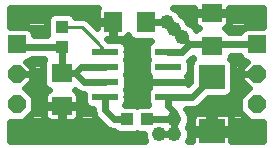
<source format=gbl>
G75*
G70*
%OFA0B0*%
%FSLAX24Y24*%
%IPPOS*%
%LPD*%
%AMOC8*
5,1,8,0,0,1.08239X$1,22.5*
%
%ADD10R,0.0866X0.0236*%
%ADD11R,0.0906X0.0906*%
%ADD12R,0.0709X0.0630*%
%ADD13R,0.0394X0.0433*%
%ADD14R,0.0433X0.0394*%
%ADD15R,0.0860X0.0800*%
%ADD16R,0.0630X0.0709*%
%ADD17R,0.0594X0.0594*%
%ADD18OC8,0.0594*%
%ADD19C,0.0240*%
%ADD20C,0.0400*%
%ADD21C,0.0900*%
%ADD22C,0.0100*%
%ADD23C,0.0480*%
D10*
X003670Y001970D03*
X003670Y002470D03*
X003670Y002970D03*
X003670Y003470D03*
X005770Y003470D03*
X005770Y002970D03*
X005770Y002470D03*
X005770Y001970D03*
D11*
X004720Y002720D03*
D12*
X007220Y003669D03*
X007220Y004771D03*
X002220Y002771D03*
X002220Y001669D03*
D13*
X002220Y003635D03*
X002220Y004305D03*
D14*
X004385Y001220D03*
X005055Y001220D03*
D15*
X007220Y000820D03*
X007220Y002620D03*
D16*
X005021Y004470D03*
X003919Y004470D03*
D17*
X000720Y003720D03*
X008720Y003720D03*
D18*
X008720Y002720D03*
X008720Y001720D03*
X000720Y001720D03*
X000720Y002720D03*
D19*
X000500Y001143D02*
X000500Y000500D01*
X004998Y000500D01*
X004950Y000617D01*
X004950Y000743D01*
X004782Y000743D01*
X004720Y000769D01*
X004658Y000743D01*
X004113Y000743D01*
X004010Y000786D01*
X003976Y000820D01*
X003890Y000820D01*
X003743Y000881D01*
X003443Y001181D01*
X003443Y001181D01*
X003331Y001293D01*
X003270Y001440D01*
X003270Y001572D01*
X003181Y001572D01*
X003078Y001615D01*
X003000Y001693D01*
X002957Y001796D01*
X002957Y002070D01*
X002890Y002070D01*
X002743Y002131D01*
X002678Y002196D01*
X002660Y002189D01*
X002709Y002160D01*
X002750Y002119D01*
X002779Y002069D01*
X002794Y002013D01*
X002794Y001706D01*
X002257Y001706D01*
X002257Y001631D01*
X002257Y001134D01*
X002603Y001134D01*
X002659Y001149D01*
X002709Y001178D01*
X002750Y001219D01*
X002779Y001269D01*
X002794Y001325D01*
X002794Y001631D01*
X002257Y001631D01*
X002183Y001631D01*
X002183Y001134D01*
X001837Y001134D01*
X001781Y001149D01*
X001731Y001178D01*
X001690Y001219D01*
X001661Y001269D01*
X001646Y001325D01*
X001646Y001631D01*
X002183Y001631D01*
X002183Y001706D01*
X001646Y001706D01*
X001646Y002013D01*
X001661Y002069D01*
X001690Y002119D01*
X001731Y002160D01*
X001780Y002189D01*
X001707Y002219D01*
X001628Y002298D01*
X001586Y002401D01*
X001586Y003142D01*
X001624Y003235D01*
X001225Y003235D01*
X001175Y003186D01*
X001073Y003143D01*
X001028Y003143D01*
X001237Y002934D01*
X001237Y002720D01*
X000720Y002720D01*
X000720Y002720D01*
X001237Y002720D01*
X001237Y002506D01*
X000993Y002262D01*
X001297Y001959D01*
X001297Y001481D01*
X000959Y001143D01*
X000500Y001143D01*
X000500Y000936D02*
X003689Y000936D01*
X003450Y001174D02*
X002703Y001174D01*
X002794Y001413D02*
X003282Y001413D01*
X003670Y001520D02*
X003970Y001220D01*
X004385Y001220D01*
X005055Y001220D02*
X005970Y001220D01*
X005970Y001470D01*
X005770Y001670D01*
X005770Y001970D01*
X006570Y001970D01*
X007220Y002620D01*
X007930Y002605D02*
X008203Y002605D01*
X008203Y002506D02*
X008447Y002262D01*
X008143Y001959D01*
X008143Y001481D01*
X008481Y001143D01*
X008940Y001143D01*
X008940Y000500D01*
X007870Y000500D01*
X007870Y000740D01*
X007300Y000740D01*
X007300Y000900D01*
X007140Y000900D01*
X007140Y001440D01*
X006761Y001440D01*
X006705Y001425D01*
X006655Y001396D01*
X006614Y001355D01*
X006585Y001305D01*
X006570Y001249D01*
X006570Y000900D01*
X007140Y000900D01*
X007140Y000740D01*
X006570Y000740D01*
X006570Y000500D01*
X006442Y000500D01*
X006490Y000617D01*
X006490Y000823D01*
X006429Y000970D01*
X006490Y001117D01*
X006490Y001323D01*
X006411Y001515D01*
X006366Y001560D01*
X006362Y001570D01*
X006490Y001570D01*
X006650Y001570D01*
X006797Y001631D01*
X007106Y001940D01*
X007706Y001940D01*
X007809Y001983D01*
X007887Y002061D01*
X007930Y002164D01*
X007930Y003076D01*
X007887Y003179D01*
X007829Y003237D01*
X007854Y003298D01*
X007854Y003320D01*
X008163Y003320D01*
X008186Y003265D01*
X008265Y003186D01*
X008367Y003143D01*
X008412Y003143D01*
X008203Y002934D01*
X008203Y002720D01*
X008203Y002506D01*
X008343Y002367D02*
X007930Y002367D01*
X007915Y002128D02*
X008312Y002128D01*
X008143Y001890D02*
X007055Y001890D01*
X006817Y001651D02*
X008143Y001651D01*
X008212Y001413D02*
X007757Y001413D01*
X007735Y001425D02*
X007785Y001396D01*
X007826Y001355D01*
X007855Y001305D01*
X007870Y001249D01*
X007870Y000900D01*
X007300Y000900D01*
X007300Y001440D01*
X007679Y001440D01*
X007735Y001425D01*
X007870Y001174D02*
X008450Y001174D01*
X008940Y000936D02*
X007870Y000936D01*
X007870Y000697D02*
X008940Y000697D01*
X007300Y000936D02*
X007140Y000936D01*
X007140Y001174D02*
X007300Y001174D01*
X007300Y001413D02*
X007140Y001413D01*
X006683Y001413D02*
X006453Y001413D01*
X006490Y001174D02*
X006570Y001174D01*
X006570Y000936D02*
X006444Y000936D01*
X006490Y000697D02*
X006570Y000697D01*
X005970Y000720D02*
X005470Y000720D01*
X004950Y000697D02*
X000500Y000697D01*
X000990Y001174D02*
X001737Y001174D01*
X001646Y001413D02*
X001228Y001413D01*
X001297Y001651D02*
X002183Y001651D01*
X002257Y001651D02*
X003042Y001651D01*
X002957Y001890D02*
X002794Y001890D01*
X002750Y002128D02*
X002741Y002128D01*
X002970Y002470D02*
X003670Y002470D01*
X002970Y002470D02*
X002669Y002771D01*
X002868Y002970D01*
X003670Y002970D01*
X004383Y003082D02*
X005057Y003082D01*
X005057Y003144D02*
X005057Y002796D01*
X005100Y002693D01*
X005129Y002663D01*
X005117Y002617D01*
X005117Y002470D01*
X005117Y002323D01*
X005129Y002277D01*
X005100Y002247D01*
X005057Y002144D01*
X005057Y001796D01*
X005098Y001697D01*
X004782Y001697D01*
X004720Y001671D01*
X004658Y001697D01*
X004342Y001697D01*
X004383Y001796D01*
X004383Y002144D01*
X004352Y002220D01*
X004383Y002296D01*
X004383Y002644D01*
X004352Y002720D01*
X004383Y002796D01*
X004383Y003144D01*
X004352Y003220D01*
X004383Y003296D01*
X004383Y003644D01*
X004340Y003747D01*
X004262Y003825D01*
X004159Y003868D01*
X003768Y003868D01*
X003745Y003896D01*
X003881Y003896D01*
X003881Y004433D01*
X003384Y004433D01*
X003384Y004273D01*
X003165Y004492D01*
X003072Y004584D01*
X002951Y004635D01*
X002673Y004635D01*
X002654Y004680D01*
X002575Y004759D01*
X002473Y004801D01*
X001967Y004801D01*
X001865Y004759D01*
X001786Y004680D01*
X001743Y004577D01*
X001743Y004035D01*
X001297Y004035D01*
X001297Y004073D01*
X001254Y004175D01*
X001175Y004254D01*
X001073Y004297D01*
X000500Y004297D01*
X000500Y004940D01*
X003417Y004940D01*
X003399Y004909D01*
X003384Y004853D01*
X003384Y004507D01*
X003881Y004507D01*
X003881Y004433D01*
X003956Y004433D01*
X003956Y003896D01*
X004263Y003896D01*
X004319Y003911D01*
X004369Y003940D01*
X004410Y003981D01*
X004439Y004030D01*
X004469Y003957D01*
X004548Y003878D01*
X004651Y003836D01*
X005203Y003836D01*
X005178Y003825D01*
X005100Y003747D01*
X005057Y003644D01*
X005057Y003296D01*
X005088Y003220D01*
X005057Y003144D01*
X005057Y003321D02*
X004383Y003321D01*
X004383Y003559D02*
X005057Y003559D01*
X005150Y003798D02*
X004290Y003798D01*
X003956Y004036D02*
X003881Y004036D01*
X003881Y004275D02*
X003956Y004275D01*
X003384Y004275D02*
X003382Y004275D01*
X003384Y004513D02*
X003144Y004513D01*
X003384Y004752D02*
X002583Y004752D01*
X001857Y004752D02*
X000500Y004752D01*
X000500Y004513D02*
X001743Y004513D01*
X001743Y004275D02*
X001126Y004275D01*
X001297Y004036D02*
X001743Y004036D01*
X002220Y003635D02*
X000720Y003635D01*
X000720Y003720D01*
X001089Y003082D02*
X001586Y003082D01*
X001586Y002844D02*
X001237Y002844D01*
X001237Y002605D02*
X001586Y002605D01*
X001600Y002367D02*
X001097Y002367D01*
X001128Y002128D02*
X001699Y002128D01*
X001646Y001890D02*
X001297Y001890D01*
X002183Y001413D02*
X002257Y001413D01*
X002257Y001174D02*
X002183Y001174D01*
X003670Y001520D02*
X003670Y001970D01*
X004383Y001890D02*
X005057Y001890D01*
X005057Y002128D02*
X004383Y002128D01*
X004383Y002367D02*
X005117Y002367D01*
X005117Y002470D02*
X005770Y002470D01*
X006423Y002470D01*
X006423Y002389D01*
X006510Y002476D01*
X006510Y003076D01*
X006553Y003179D01*
X006611Y003237D01*
X006594Y003278D01*
X006476Y003160D01*
X006483Y003144D01*
X006483Y002796D01*
X006440Y002693D01*
X006411Y002663D01*
X006423Y002617D01*
X006423Y002470D01*
X005770Y002470D01*
X005770Y002470D01*
X005770Y002470D01*
X005117Y002470D01*
X005117Y002605D02*
X004383Y002605D01*
X004383Y002844D02*
X005057Y002844D01*
X005770Y003470D02*
X006220Y003470D01*
X006470Y003720D01*
X006220Y003970D01*
X005970Y004220D01*
X005720Y004470D01*
X005021Y004470D01*
X004970Y004470D01*
X005944Y004940D02*
X006646Y004940D01*
X006646Y004809D01*
X007183Y004809D01*
X007183Y004734D01*
X006646Y004734D01*
X006646Y004427D01*
X006661Y004371D01*
X006690Y004321D01*
X006731Y004280D01*
X006780Y004251D01*
X006707Y004221D01*
X006687Y004201D01*
X006661Y004265D01*
X006515Y004411D01*
X006441Y004441D01*
X006411Y004515D01*
X006265Y004661D01*
X006191Y004691D01*
X006161Y004765D01*
X006015Y004911D01*
X005944Y004940D01*
X006166Y004752D02*
X007183Y004752D01*
X007257Y004752D02*
X008940Y004752D01*
X008940Y004940D02*
X008940Y004297D01*
X008367Y004297D01*
X008265Y004254D01*
X008186Y004175D01*
X008163Y004120D01*
X007821Y004120D01*
X007812Y004142D01*
X007733Y004221D01*
X007660Y004251D01*
X007709Y004280D01*
X007750Y004321D01*
X007779Y004371D01*
X007794Y004427D01*
X007794Y004734D01*
X007257Y004734D01*
X007257Y004809D01*
X007794Y004809D01*
X007794Y004940D01*
X008940Y004940D01*
X008940Y004513D02*
X007794Y004513D01*
X007700Y004275D02*
X008314Y004275D01*
X008720Y003720D02*
X006970Y003720D01*
X007220Y003669D01*
X006970Y003720D02*
X006470Y003720D01*
X006651Y004275D02*
X006740Y004275D01*
X006646Y004513D02*
X006411Y004513D01*
X006483Y003082D02*
X006513Y003082D01*
X006510Y002844D02*
X006483Y002844D01*
X006510Y002605D02*
X006423Y002605D01*
X007927Y003082D02*
X008351Y003082D01*
X008203Y002844D02*
X007930Y002844D01*
X008203Y002720D02*
X008720Y002720D01*
X008720Y002720D01*
X008203Y002720D01*
X005970Y001220D02*
X005970Y000720D01*
X002669Y002771D02*
X002220Y002771D01*
X002220Y003635D01*
D20*
X001720Y004720D03*
X001220Y004720D03*
X000720Y004720D03*
X004470Y003470D03*
X004970Y003470D03*
X004970Y001970D03*
X004470Y001970D03*
X001720Y000720D03*
X001220Y000720D03*
X000720Y000720D03*
X008220Y000720D03*
X008720Y000720D03*
X008720Y004720D03*
X008220Y004720D03*
D21*
X004720Y002720D03*
D22*
X003670Y003470D02*
X003420Y003770D01*
X002885Y004305D01*
X002220Y004305D01*
D23*
X005720Y004470D03*
X005970Y004220D03*
X006220Y003970D03*
X005970Y001220D03*
X005970Y000720D03*
X005470Y000720D03*
M02*

</source>
